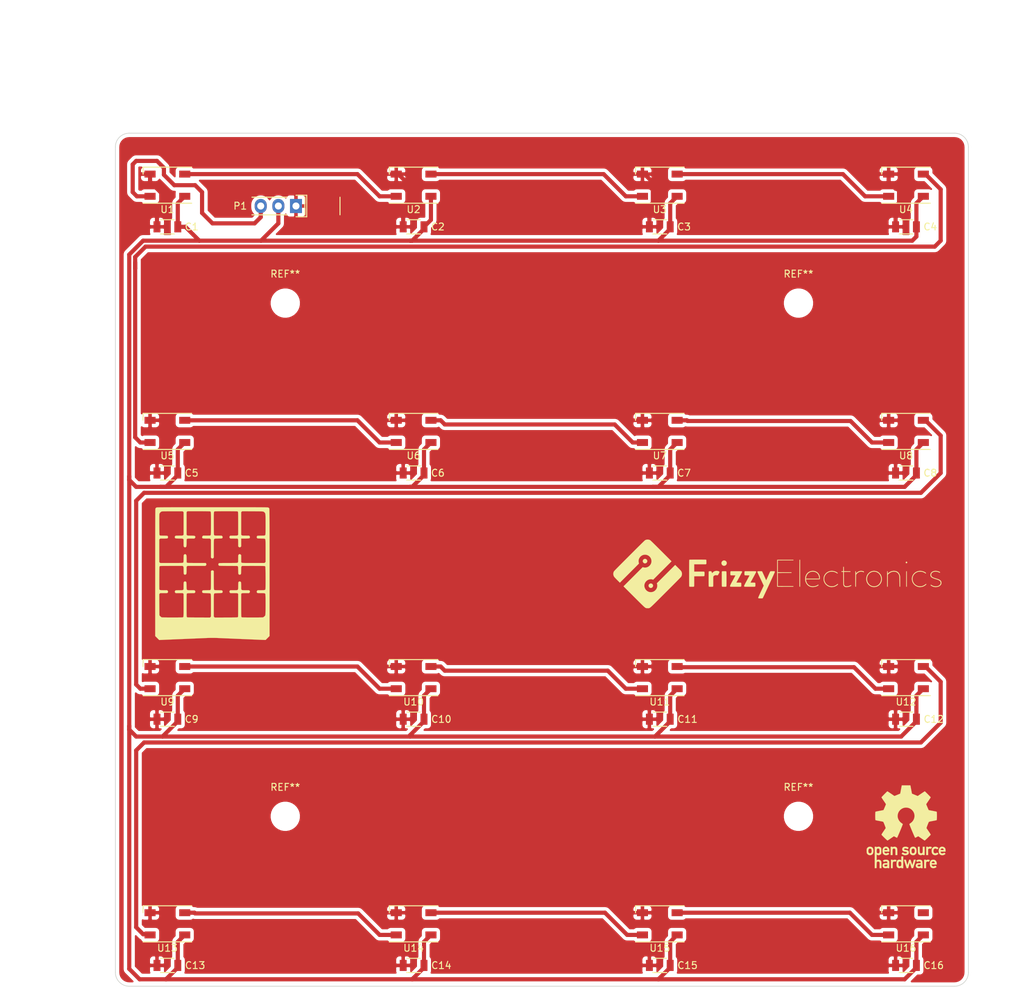
<source format=kicad_pcb>
(kicad_pcb (version 4) (host pcbnew 4.0.4+e1-6308~48~ubuntu16.04.1-stable)
  (layers (0 F.Cu signal) (31 B.Cu signal) (34 B.Paste user) (35 F.Paste user) (36 B.SilkS user) (37 F.SilkS user) (38 B.Mask user) (39 F.Mask user) (44 Edge.Cuts user))
  (net 0 "")
  (net 1 GND)
  (net 2 +5V)
  (net 3 "Net-(P1-Pad3)")
  (net 4 "Net-(U1-Pad2)")
  (net 5 "Net-(U13-Pad2)")
  (net 6 "Net-(U2-Pad2)")
  (net 7 "Net-(U14-Pad2)")
  (net 8 "Net-(U3-Pad2)")
  (net 9 "Net-(U15-Pad2)")
  (net 10 "Net-(U4-Pad2)")
  (net 11 "Net-(U5-Pad2)")
  (net 12 "Net-(U10-Pad4)")
  (net 13 "Net-(U10-Pad2)")
  (net 14 "Net-(U11-Pad2)")
  (net 15 "Net-(U12-Pad2)")
  (net 16 "Net-(U16-Pad2)")
  (net 17 "Net-(U6-Pad2)")
  (net 18 "Net-(U7-Pad2)")
  (net 19 "Net-(U8-Pad2)")
  (module Pin_Headers:Pin_Header_Straight_1x03 (layer B.Cu) (at 109.04 43.5 90)
    (fp_text reference P1 (at 0 -8.04 180) (layer F.SilkS))
    (fp_text value CONN_01X03)
    (pad 1 thru_hole rect (at 0 0 90) (size 2.032 1.7272) (drill 1.016) (layers *.Cu F.Mask) (net 1 GND))
    (pad 2 thru_hole oval (at 0 -2.54 90) (size 2.032 1.7272) (drill 1.016) (layers *.Cu F.Mask) (net 2 +5V))
    (pad 3 thru_hole oval (at 0 -5.08 90) (size 2.032 1.7272) (drill 1.016) (layers *.Cu F.Mask) (net 3 "Net-(P1-Pad3)"))
  )
  (module Mounting_Holes:MountingHole_3.2mm_M3 (layer F.Cu) (at 107.5 131.5)
    (fp_text reference REF** (at 0 -4.2) (layer F.SilkS))
    (fp_text value MountingHole_3.2mm_M3)
    (pad 1 np_thru_hole circle (at 0 0) (size 3.2 3.2) (drill 3.2) (layers *.Cu *.Mask))
  )
  (module Mounting_Holes:MountingHole_3.2mm_M3 (layer F.Cu) (at 181.5 131.5)
    (fp_text reference REF** (at 0 -4.2) (layer F.SilkS))
    (fp_text value MountingHole_3.2mm_M3)
    (pad 1 np_thru_hole circle (at 0 0) (size 3.2 3.2) (drill 3.2) (layers *.Cu *.Mask))
  )
  (module Mounting_Holes:MountingHole_3.2mm_M3 (layer F.Cu) (at 181.5 57.5)
    (fp_text reference REF** (at 0 -4.2) (layer F.SilkS))
    (fp_text value MountingHole_3.2mm_M3)
    (pad 1 np_thru_hole circle (at 0 0) (size 3.2 3.2) (drill 3.2) (layers *.Cu *.Mask))
  )
  (module Capacitors_SMD:C_1206 (layer F.Cu) (at 90.5 46.5)
    (fp_text reference C1 (at 3.5 0) (layer F.SilkS))
    (fp_text value 100n)
    (pad 1 smd rect (at -1.5 0) (size 1 1.6) (layers F.Cu F.Paste F.Mask) (net 1 GND))
    (pad 2 smd rect (at 1.5 0) (size 1 1.6) (layers F.Cu F.Paste F.Mask) (net 2 +5V))
  )
  (module Capacitors_SMD:C_1206 (layer F.Cu) (at 126 46.5)
    (fp_text reference C2 (at 3.5 0) (layer F.SilkS))
    (fp_text value 100n)
    (pad 1 smd rect (at -1.5 0) (size 1 1.6) (layers F.Cu F.Paste F.Mask) (net 1 GND))
    (pad 2 smd rect (at 1.5 0) (size 1 1.6) (layers F.Cu F.Paste F.Mask) (net 2 +5V))
  )
  (module Capacitors_SMD:C_1206 (layer F.Cu) (at 161.5 46.5)
    (fp_text reference C3 (at 3.5 0) (layer F.SilkS))
    (fp_text value 100n)
    (pad 1 smd rect (at -1.5 0) (size 1 1.6) (layers F.Cu F.Paste F.Mask) (net 1 GND))
    (pad 2 smd rect (at 1.5 0) (size 1 1.6) (layers F.Cu F.Paste F.Mask) (net 2 +5V))
  )
  (module Capacitors_SMD:C_1206 (layer F.Cu) (at 197 46.5)
    (fp_text reference C4 (at 3.5 0) (layer F.SilkS))
    (fp_text value 100n)
    (pad 1 smd rect (at -1.5 0) (size 1 1.6) (layers F.Cu F.Paste F.Mask) (net 1 GND))
    (pad 2 smd rect (at 1.5 0) (size 1 1.6) (layers F.Cu F.Paste F.Mask) (net 2 +5V))
  )
  (module Capacitors_SMD:C_1206 (layer F.Cu) (at 90.5 82)
    (fp_text reference C5 (at 3.5 0) (layer F.SilkS))
    (fp_text value 100n)
    (pad 1 smd rect (at -1.5 0) (size 1 1.6) (layers F.Cu F.Paste F.Mask) (net 1 GND))
    (pad 2 smd rect (at 1.5 0) (size 1 1.6) (layers F.Cu F.Paste F.Mask) (net 2 +5V))
  )
  (module Capacitors_SMD:C_1206 (layer F.Cu) (at 126 82)
    (fp_text reference C6 (at 3.5 0) (layer F.SilkS))
    (fp_text value 100n)
    (pad 1 smd rect (at -1.5 0) (size 1 1.6) (layers F.Cu F.Paste F.Mask) (net 1 GND))
    (pad 2 smd rect (at 1.5 0) (size 1 1.6) (layers F.Cu F.Paste F.Mask) (net 2 +5V))
  )
  (module Capacitors_SMD:C_1206 (layer F.Cu) (at 161.5 82)
    (fp_text reference C7 (at 3.5 0) (layer F.SilkS))
    (fp_text value 100n)
    (pad 1 smd rect (at -1.5 0) (size 1 1.6) (layers F.Cu F.Paste F.Mask) (net 1 GND))
    (pad 2 smd rect (at 1.5 0) (size 1 1.6) (layers F.Cu F.Paste F.Mask) (net 2 +5V))
  )
  (module Capacitors_SMD:C_1206 (layer F.Cu) (at 197 82)
    (fp_text reference C8 (at 3.5 0) (layer F.SilkS))
    (fp_text value 100n)
    (pad 1 smd rect (at -1.5 0) (size 1 1.6) (layers F.Cu F.Paste F.Mask) (net 1 GND))
    (pad 2 smd rect (at 1.5 0) (size 1 1.6) (layers F.Cu F.Paste F.Mask) (net 2 +5V))
  )
  (module Capacitors_SMD:C_1206 (layer F.Cu) (at 90.5 117.5)
    (fp_text reference C9 (at 3.5 0) (layer F.SilkS))
    (fp_text value 100n)
    (pad 1 smd rect (at -1.5 0) (size 1 1.6) (layers F.Cu F.Paste F.Mask) (net 1 GND))
    (pad 2 smd rect (at 1.5 0) (size 1 1.6) (layers F.Cu F.Paste F.Mask) (net 2 +5V))
  )
  (module Capacitors_SMD:C_1206 (layer F.Cu) (at 126 117.5)
    (fp_text reference C10 (at 4 0) (layer F.SilkS))
    (fp_text value 100n)
    (pad 1 smd rect (at -1.5 0) (size 1 1.6) (layers F.Cu F.Paste F.Mask) (net 1 GND))
    (pad 2 smd rect (at 1.5 0) (size 1 1.6) (layers F.Cu F.Paste F.Mask) (net 2 +5V))
  )
  (module Capacitors_SMD:C_1206 (layer F.Cu) (at 161.5 117.5)
    (fp_text reference C11 (at 4 0) (layer F.SilkS))
    (fp_text value 100n)
    (pad 1 smd rect (at -1.5 0) (size 1 1.6) (layers F.Cu F.Paste F.Mask) (net 1 GND))
    (pad 2 smd rect (at 1.5 0) (size 1 1.6) (layers F.Cu F.Paste F.Mask) (net 2 +5V))
  )
  (module Capacitors_SMD:C_1206 (layer F.Cu) (at 197 117.5)
    (fp_text reference C12 (at 4 0) (layer F.SilkS))
    (fp_text value 100n)
    (pad 1 smd rect (at -1.5 0) (size 1 1.6) (layers F.Cu F.Paste F.Mask) (net 1 GND))
    (pad 2 smd rect (at 1.5 0) (size 1 1.6) (layers F.Cu F.Paste F.Mask) (net 2 +5V))
  )
  (module Capacitors_SMD:C_1206 (layer F.Cu) (at 90.5 153)
    (fp_text reference C13 (at 4 0) (layer F.SilkS))
    (fp_text value 100n)
    (pad 1 smd rect (at -1.5 0) (size 1 1.6) (layers F.Cu F.Paste F.Mask) (net 1 GND))
    (pad 2 smd rect (at 1.5 0) (size 1 1.6) (layers F.Cu F.Paste F.Mask) (net 2 +5V))
  )
  (module Capacitors_SMD:C_1206 (layer F.Cu) (at 126 153)
    (fp_text reference C14 (at 4 0) (layer F.SilkS))
    (fp_text value 100n)
    (pad 1 smd rect (at -1.5 0) (size 1 1.6) (layers F.Cu F.Paste F.Mask) (net 1 GND))
    (pad 2 smd rect (at 1.5 0) (size 1 1.6) (layers F.Cu F.Paste F.Mask) (net 2 +5V))
  )
  (module Capacitors_SMD:C_1206 (layer F.Cu) (at 161.5 153)
    (fp_text reference C15 (at 4 0) (layer F.SilkS))
    (fp_text value 100n)
    (pad 1 smd rect (at -1.5 0) (size 1 1.6) (layers F.Cu F.Paste F.Mask) (net 1 GND))
    (pad 2 smd rect (at 1.5 0) (size 1 1.6) (layers F.Cu F.Paste F.Mask) (net 2 +5V))
  )
  (module Capacitors_SMD:C_1206 (layer F.Cu) (at 197 153)
    (fp_text reference C16 (at 4 0) (layer F.SilkS))
    (fp_text value 100n)
    (pad 1 smd rect (at -1.5 0) (size 1 1.6) (layers F.Cu F.Paste F.Mask) (net 1 GND))
    (pad 2 smd rect (at 1.5 0) (size 1 1.6) (layers F.Cu F.Paste F.Mask) (net 2 +5V))
  )
  (module LEDs:LED_WS2812B-PLCC4 (layer F.Cu) (at 90.5 40.5 180)
    (fp_text reference U1 (at 0 -3.5 180) (layer F.SilkS))
    (fp_text value WS2812B)
    (pad 3 smd rect (at 2.5 1.6 180) (size 1.6 1) (layers F.Cu F.Paste F.Mask) (net 1 GND))
    (pad 4 smd rect (at 2.5 -1.6 180) (size 1.6 1) (layers F.Cu F.Paste F.Mask) (net 3 "Net-(P1-Pad3)"))
    (pad 2 smd rect (at -2.5 1.6 180) (size 1.6 1) (layers F.Cu F.Paste F.Mask) (net 4 "Net-(U1-Pad2)"))
    (pad 1 smd rect (at -2.5 -1.6 180) (size 1.6 1) (layers F.Cu F.Paste F.Mask) (net 2 +5V))
  )
  (module LEDs:LED_WS2812B-PLCC4 (layer F.Cu) (at 126 40.5 180)
    (fp_text reference U2 (at 0 -3.5 180) (layer F.SilkS))
    (fp_text value WS2812B)
    (pad 3 smd rect (at 2.5 1.6 180) (size 1.6 1) (layers F.Cu F.Paste F.Mask) (net 1 GND))
    (pad 4 smd rect (at 2.5 -1.6 180) (size 1.6 1) (layers F.Cu F.Paste F.Mask) (net 4 "Net-(U1-Pad2)"))
    (pad 2 smd rect (at -2.5 1.6 180) (size 1.6 1) (layers F.Cu F.Paste F.Mask) (net 6 "Net-(U2-Pad2)"))
    (pad 1 smd rect (at -2.5 -1.6 180) (size 1.6 1) (layers F.Cu F.Paste F.Mask) (net 2 +5V))
  )
  (module LEDs:LED_WS2812B-PLCC4 (layer F.Cu) (at 161.5 40.5 180)
    (fp_text reference U3 (at 0 -3.5 180) (layer F.SilkS))
    (fp_text value WS2812B)
    (pad 3 smd rect (at 2.5 1.6 180) (size 1.6 1) (layers F.Cu F.Paste F.Mask) (net 1 GND))
    (pad 4 smd rect (at 2.5 -1.6 180) (size 1.6 1) (layers F.Cu F.Paste F.Mask) (net 6 "Net-(U2-Pad2)"))
    (pad 2 smd rect (at -2.5 1.6 180) (size 1.6 1) (layers F.Cu F.Paste F.Mask) (net 8 "Net-(U3-Pad2)"))
    (pad 1 smd rect (at -2.5 -1.6 180) (size 1.6 1) (layers F.Cu F.Paste F.Mask) (net 2 +5V))
  )
  (module LEDs:LED_WS2812B-PLCC4 (layer F.Cu) (at 197 40.5 180)
    (fp_text reference U4 (at 0 -3.5 180) (layer F.SilkS))
    (fp_text value WS2812B)
    (pad 3 smd rect (at 2.5 1.6 180) (size 1.6 1) (layers F.Cu F.Paste F.Mask) (net 1 GND))
    (pad 4 smd rect (at 2.5 -1.6 180) (size 1.6 1) (layers F.Cu F.Paste F.Mask) (net 8 "Net-(U3-Pad2)"))
    (pad 2 smd rect (at -2.5 1.6 180) (size 1.6 1) (layers F.Cu F.Paste F.Mask) (net 10 "Net-(U4-Pad2)"))
    (pad 1 smd rect (at -2.5 -1.6 180) (size 1.6 1) (layers F.Cu F.Paste F.Mask) (net 2 +5V))
  )
  (module LEDs:LED_WS2812B-PLCC4 (layer F.Cu) (at 90.5 76 180)
    (fp_text reference U5 (at 0 -3.5 180) (layer F.SilkS))
    (fp_text value WS2812B)
    (pad 3 smd rect (at 2.5 1.6 180) (size 1.6 1) (layers F.Cu F.Paste F.Mask) (net 1 GND))
    (pad 4 smd rect (at 2.5 -1.6 180) (size 1.6 1) (layers F.Cu F.Paste F.Mask) (net 10 "Net-(U4-Pad2)"))
    (pad 2 smd rect (at -2.5 1.6 180) (size 1.6 1) (layers F.Cu F.Paste F.Mask) (net 11 "Net-(U5-Pad2)"))
    (pad 1 smd rect (at -2.5 -1.6 180) (size 1.6 1) (layers F.Cu F.Paste F.Mask) (net 2 +5V))
  )
  (module LEDs:LED_WS2812B-PLCC4 (layer F.Cu) (at 126 76 180)
    (fp_text reference U6 (at 0 -3.5 180) (layer F.SilkS))
    (fp_text value WS2812B)
    (pad 3 smd rect (at 2.5 1.6 180) (size 1.6 1) (layers F.Cu F.Paste F.Mask) (net 1 GND))
    (pad 4 smd rect (at 2.5 -1.6 180) (size 1.6 1) (layers F.Cu F.Paste F.Mask) (net 11 "Net-(U5-Pad2)"))
    (pad 2 smd rect (at -2.5 1.6 180) (size 1.6 1) (layers F.Cu F.Paste F.Mask) (net 17 "Net-(U6-Pad2)"))
    (pad 1 smd rect (at -2.5 -1.6 180) (size 1.6 1) (layers F.Cu F.Paste F.Mask) (net 2 +5V))
  )
  (module LEDs:LED_WS2812B-PLCC4 (layer F.Cu) (at 161.5 76 180)
    (fp_text reference U7 (at 0 -3.5 180) (layer F.SilkS))
    (fp_text value WS2812B)
    (pad 3 smd rect (at 2.5 1.6 180) (size 1.6 1) (layers F.Cu F.Paste F.Mask) (net 1 GND))
    (pad 4 smd rect (at 2.5 -1.6 180) (size 1.6 1) (layers F.Cu F.Paste F.Mask) (net 17 "Net-(U6-Pad2)"))
    (pad 2 smd rect (at -2.5 1.6 180) (size 1.6 1) (layers F.Cu F.Paste F.Mask) (net 18 "Net-(U7-Pad2)"))
    (pad 1 smd rect (at -2.5 -1.6 180) (size 1.6 1) (layers F.Cu F.Paste F.Mask) (net 2 +5V))
  )
  (module LEDs:LED_WS2812B-PLCC4 (layer F.Cu) (at 197 76 180)
    (fp_text reference U8 (at 0 -3.5 180) (layer F.SilkS))
    (fp_text value WS2812B)
    (pad 3 smd rect (at 2.5 1.6 180) (size 1.6 1) (layers F.Cu F.Paste F.Mask) (net 1 GND))
    (pad 4 smd rect (at 2.5 -1.6 180) (size 1.6 1) (layers F.Cu F.Paste F.Mask) (net 18 "Net-(U7-Pad2)"))
    (pad 2 smd rect (at -2.5 1.6 180) (size 1.6 1) (layers F.Cu F.Paste F.Mask) (net 19 "Net-(U8-Pad2)"))
    (pad 1 smd rect (at -2.5 -1.6 180) (size 1.6 1) (layers F.Cu F.Paste F.Mask) (net 2 +5V))
  )
  (module LEDs:LED_WS2812B-PLCC4 (layer F.Cu) (at 90.5 111.5 180)
    (fp_text reference U9 (at 0 -3.5 180) (layer F.SilkS))
    (fp_text value WS2812B)
    (pad 3 smd rect (at 2.5 1.6 180) (size 1.6 1) (layers F.Cu F.Paste F.Mask) (net 1 GND))
    (pad 4 smd rect (at 2.5 -1.6 180) (size 1.6 1) (layers F.Cu F.Paste F.Mask) (net 19 "Net-(U8-Pad2)"))
    (pad 2 smd rect (at -2.5 1.6 180) (size 1.6 1) (layers F.Cu F.Paste F.Mask) (net 12 "Net-(U10-Pad4)"))
    (pad 1 smd rect (at -2.5 -1.6 180) (size 1.6 1) (layers F.Cu F.Paste F.Mask) (net 2 +5V))
  )
  (module LEDs:LED_WS2812B-PLCC4 (layer F.Cu) (at 126 111.5 180)
    (fp_text reference U10 (at 0 -3.5 180) (layer F.SilkS))
    (fp_text value WS2812B)
    (pad 3 smd rect (at 2.5 1.6 180) (size 1.6 1) (layers F.Cu F.Paste F.Mask) (net 1 GND))
    (pad 4 smd rect (at 2.5 -1.6 180) (size 1.6 1) (layers F.Cu F.Paste F.Mask) (net 12 "Net-(U10-Pad4)"))
    (pad 2 smd rect (at -2.5 1.6 180) (size 1.6 1) (layers F.Cu F.Paste F.Mask) (net 13 "Net-(U10-Pad2)"))
    (pad 1 smd rect (at -2.5 -1.6 180) (size 1.6 1) (layers F.Cu F.Paste F.Mask) (net 2 +5V))
  )
  (module LEDs:LED_WS2812B-PLCC4 (layer F.Cu) (at 161.5 111.5 180)
    (fp_text reference U11 (at 0 -3.5 180) (layer F.SilkS))
    (fp_text value WS2812B)
    (pad 3 smd rect (at 2.5 1.6 180) (size 1.6 1) (layers F.Cu F.Paste F.Mask) (net 1 GND))
    (pad 4 smd rect (at 2.5 -1.6 180) (size 1.6 1) (layers F.Cu F.Paste F.Mask) (net 13 "Net-(U10-Pad2)"))
    (pad 2 smd rect (at -2.5 1.6 180) (size 1.6 1) (layers F.Cu F.Paste F.Mask) (net 14 "Net-(U11-Pad2)"))
    (pad 1 smd rect (at -2.5 -1.6 180) (size 1.6 1) (layers F.Cu F.Paste F.Mask) (net 2 +5V))
  )
  (module LEDs:LED_WS2812B-PLCC4 (layer F.Cu) (at 197 111.5 180)
    (fp_text reference U12 (at 0 -3.5 180) (layer F.SilkS))
    (fp_text value WS2812B)
    (pad 3 smd rect (at 2.5 1.6 180) (size 1.6 1) (layers F.Cu F.Paste F.Mask) (net 1 GND))
    (pad 4 smd rect (at 2.5 -1.6 180) (size 1.6 1) (layers F.Cu F.Paste F.Mask) (net 14 "Net-(U11-Pad2)"))
    (pad 2 smd rect (at -2.5 1.6 180) (size 1.6 1) (layers F.Cu F.Paste F.Mask) (net 15 "Net-(U12-Pad2)"))
    (pad 1 smd rect (at -2.5 -1.6 180) (size 1.6 1) (layers F.Cu F.Paste F.Mask) (net 2 +5V))
  )
  (module LEDs:LED_WS2812B-PLCC4 (layer F.Cu) (at 90.5 147 180)
    (fp_text reference U13 (at 0 -3.5 180) (layer F.SilkS))
    (fp_text value WS2812B)
    (pad 3 smd rect (at 2.5 1.6 180) (size 1.6 1) (layers F.Cu F.Paste F.Mask) (net 1 GND))
    (pad 4 smd rect (at 2.5 -1.6 180) (size 1.6 1) (layers F.Cu F.Paste F.Mask) (net 15 "Net-(U12-Pad2)"))
    (pad 2 smd rect (at -2.5 1.6 180) (size 1.6 1) (layers F.Cu F.Paste F.Mask) (net 5 "Net-(U13-Pad2)"))
    (pad 1 smd rect (at -2.5 -1.6 180) (size 1.6 1) (layers F.Cu F.Paste F.Mask) (net 2 +5V))
  )
  (module LEDs:LED_WS2812B-PLCC4 (layer F.Cu) (at 126 147 180)
    (fp_text reference U14 (at 0 -3.5 180) (layer F.SilkS))
    (fp_text value WS2812B)
    (pad 3 smd rect (at 2.5 1.6 180) (size 1.6 1) (layers F.Cu F.Paste F.Mask) (net 1 GND))
    (pad 4 smd rect (at 2.5 -1.6 180) (size 1.6 1) (layers F.Cu F.Paste F.Mask) (net 5 "Net-(U13-Pad2)"))
    (pad 2 smd rect (at -2.5 1.6 180) (size 1.6 1) (layers F.Cu F.Paste F.Mask) (net 7 "Net-(U14-Pad2)"))
    (pad 1 smd rect (at -2.5 -1.6 180) (size 1.6 1) (layers F.Cu F.Paste F.Mask) (net 2 +5V))
  )
  (module LEDs:LED_WS2812B-PLCC4 (layer F.Cu) (at 161.5 147 180)
    (fp_text reference U15 (at 0 -3.5 180) (layer F.SilkS))
    (fp_text value WS2812B)
    (pad 3 smd rect (at 2.5 1.6 180) (size 1.6 1) (layers F.Cu F.Paste F.Mask) (net 1 GND))
    (pad 4 smd rect (at 2.5 -1.6 180) (size 1.6 1) (layers F.Cu F.Paste F.Mask) (net 7 "Net-(U14-Pad2)"))
    (pad 2 smd rect (at -2.5 1.6 180) (size 1.6 1) (layers F.Cu F.Paste F.Mask) (net 9 "Net-(U15-Pad2)"))
    (pad 1 smd rect (at -2.5 -1.6 180) (size 1.6 1) (layers F.Cu F.Paste F.Mask) (net 2 +5V))
  )
  (module LEDs:LED_WS2812B-PLCC4 (layer F.Cu) (at 197 147 180)
    (fp_text reference U16 (at 0 -3.5 180) (layer F.SilkS))
    (fp_text value WS2812B)
    (pad 3 smd rect (at 2.5 1.6 180) (size 1.6 1) (layers F.Cu F.Paste F.Mask) (net 1 GND))
    (pad 4 smd rect (at 2.5 -1.6 180) (size 1.6 1) (layers F.Cu F.Paste F.Mask) (net 9 "Net-(U15-Pad2)"))
    (pad 2 smd rect (at -2.5 1.6 180) (size 1.6 1) (layers F.Cu F.Paste F.Mask) (net 16 "Net-(U16-Pad2)"))
    (pad 1 smd rect (at -2.5 -1.6 180) (size 1.6 1) (layers F.Cu F.Paste F.Mask) (net 2 +5V))
  )
  (module Mounting_Holes:MountingHole_3.2mm_M3 (layer F.Cu) (at 107.5 57.5)
    (fp_text reference REF** (at 0 -4.2) (layer F.SilkS))
    (fp_text value MountingHole_3.2mm_M3)
    (pad 1 np_thru_hole circle (at 0 0) (size 3.2 3.2) (drill 3.2) (layers *.Cu *.Mask))
  )
  (module logos_frizzy:logo_frizzy (layer F.Cu) (at 179.5 97.5)
    (fp_text reference G*** hide)
    (fp_text value LOGO hide)
  )
  (module logos_frizzy:logo_slamp (layer F.Cu) (at 97 96.5)
    (fp_text reference G*** hide)
    (fp_text value LOGO hide)
  )
  (module Symbols:OSHW-Logo_11.4x12mm_SilkScreen (layer F.Cu) (at 197 133)
    (fp_text reference REF*** hide)
    (fp_text value OSHW-Logo_11.4x12mm_SilkScreen hide)
  )
  (gr_line (start 85 33) (end 204 33) (layer Edge.Cuts) (width 0.1))
  (gr_line (start 83 154) (end 83 35) (layer Edge.Cuts) (width 0.1))
  (gr_line (start 206 35) (end 206 154) (layer Edge.Cuts) (width 0.1))
  (gr_line (start 85 156) (end 204 156) (layer Edge.Cuts) (width 0.1))
  (gr_arc (start 85 154) (end 85 156) (angle 90) (layer Edge.Cuts) (width 0.1))
  (gr_arc (start 85 35) (end 83 35) (angle 90) (layer Edge.Cuts) (width 0.1))
  (gr_arc (start 204 35) (end 204 33) (angle 90) (layer Edge.Cuts) (width 0.1))
  (gr_arc (start 204 154) (end 206 154) (angle 90) (layer Edge.Cuts) (width 0.1))
  (segment (start 196 41.302798) (end 196 44.6) (width 0.6) (layer F.Cu) (net 1))
  (segment (start 196 44.6) (end 195.5 45.1) (width 0.6) (layer F.Cu) (net 1))
  (segment (start 195.5 45.1) (end 195.5 46.5) (width 0.6) (layer F.Cu) (net 1))
  (segment (start 195.5 41) (end 195.697202 41) (width 0.6) (layer F.Cu) (net 1))
  (segment (start 195.697202 41) (end 196 41.302798) (width 0.6) (layer F.Cu) (net 1))
  (segment (start 194.5 38.9) (end 194.5 40) (width 0.6) (layer F.Cu) (net 1))
  (segment (start 194.5 40) (end 195.5 41) (width 0.6) (layer F.Cu) (net 1))
  (segment (start 160.5 40.1) (end 160.5 44.6) (width 0.6) (layer F.Cu) (net 1))
  (segment (start 160 45.1) (end 160 46.5) (width 0.6) (layer F.Cu) (net 1))
  (segment (start 160.5 44.6) (end 160 45.1) (width 0.6) (layer F.Cu) (net 1))
  (segment (start 159 38.9) (end 159.3 38.9) (width 0.6) (layer F.Cu) (net 1))
  (segment (start 159.3 38.9) (end 160.5 40.1) (width 0.6) (layer F.Cu) (net 1))
  (segment (start 124.5 46.5) (end 124.5 45) (width 0.6) (layer F.Cu) (net 1))
  (segment (start 124.5 45) (end 126 43.5) (width 0.6) (layer F.Cu) (net 1))
  (segment (start 126 43.5) (end 126 41.1) (width 0.6) (layer F.Cu) (net 1))
  (segment (start 126 41.1) (end 123.8 38.9) (width 0.6) (layer F.Cu) (net 1))
  (segment (start 123.8 38.9) (end 123.5 38.9) (width 0.6) (layer F.Cu) (net 1))
  (segment (start 90 42) (end 88 40) (width 0.6) (layer F.Cu) (net 1))
  (segment (start 88 40) (end 88 38.9) (width 0.6) (layer F.Cu) (net 1))
  (segment (start 90 44.1) (end 90 42) (width 0.6) (layer F.Cu) (net 1))
  (segment (start 89 46.5) (end 89 45.1) (width 0.6) (layer F.Cu) (net 1))
  (segment (start 89 45.1) (end 90 44.1) (width 0.6) (layer F.Cu) (net 1))
  (segment (start 106.5 46) (end 106.5 43.5) (width 0.6) (layer F.Cu) (net 2))
  (segment (start 104 48.5) (end 125.5 48.5) (width 0.6) (layer F.Cu) (net 2))
  (segment (start 95.1 48.5) (end 104 48.5) (width 0.6) (layer F.Cu) (net 2))
  (segment (start 104 48.5) (end 106.5 46) (width 0.6) (layer F.Cu) (net 2))
  (segment (start 85 82.5) (end 85 50.5) (width 0.6) (layer F.Cu) (net 2))
  (segment (start 85 50.5) (end 87 48.5) (width 0.6) (layer F.Cu) (net 2))
  (segment (start 87 48.5) (end 95.1 48.5) (width 0.6) (layer F.Cu) (net 2))
  (segment (start 198.5 153) (end 198.5 149.6) (width 0.6) (layer F.Cu) (net 2))
  (segment (start 198.5 149.6) (end 199.5 148.6) (width 0.6) (layer F.Cu) (net 2))
  (segment (start 163 153) (end 163 149.6) (width 0.6) (layer F.Cu) (net 2))
  (segment (start 163 149.6) (end 164 148.6) (width 0.6) (layer F.Cu) (net 2))
  (segment (start 127.5 153) (end 127.5 149.6) (width 0.6) (layer F.Cu) (net 2))
  (segment (start 127.5 149.6) (end 128.5 148.6) (width 0.6) (layer F.Cu) (net 2))
  (segment (start 92 153) (end 92 149.6) (width 0.6) (layer F.Cu) (net 2))
  (segment (start 92 149.6) (end 93 148.6) (width 0.6) (layer F.Cu) (net 2))
  (segment (start 161.3 155) (end 196.8 155) (width 0.6) (layer F.Cu) (net 2))
  (segment (start 196.8 155) (end 198.5 153.3) (width 0.6) (layer F.Cu) (net 2))
  (segment (start 198.5 153.3) (end 198.5 153) (width 0.6) (layer F.Cu) (net 2))
  (segment (start 125.8 155) (end 161.3 155) (width 0.6) (layer F.Cu) (net 2))
  (segment (start 161.3 155) (end 163 153.3) (width 0.6) (layer F.Cu) (net 2))
  (segment (start 163 153.3) (end 163 153) (width 0.6) (layer F.Cu) (net 2))
  (segment (start 90.3 155) (end 125.8 155) (width 0.6) (layer F.Cu) (net 2))
  (segment (start 125.8 155) (end 127.5 153.3) (width 0.6) (layer F.Cu) (net 2))
  (segment (start 127.5 153.3) (end 127.5 153) (width 0.6) (layer F.Cu) (net 2))
  (segment (start 86.5 155) (end 90.3 155) (width 0.6) (layer F.Cu) (net 2))
  (segment (start 90.3 155) (end 92 153.3) (width 0.6) (layer F.Cu) (net 2))
  (segment (start 92 153.3) (end 92 153) (width 0.6) (layer F.Cu) (net 2))
  (segment (start 85 153.5) (end 86.5 155) (width 0.6) (layer F.Cu) (net 2))
  (segment (start 85 118.5) (end 85 119) (width 0.6) (layer F.Cu) (net 2))
  (segment (start 85 118.5) (end 85 153.5) (width 0.6) (layer F.Cu) (net 2))
  (segment (start 85 82.5) (end 85 118.5) (width 0.6) (layer F.Cu) (net 2))
  (segment (start 198.5 117.5) (end 198.5 114.1) (width 0.6) (layer F.Cu) (net 2))
  (segment (start 198.5 114.1) (end 199.5 113.1) (width 0.6) (layer F.Cu) (net 2))
  (segment (start 92 117.5) (end 92 114.1) (width 0.6) (layer F.Cu) (net 2))
  (segment (start 92 114.1) (end 93 113.1) (width 0.6) (layer F.Cu) (net 2))
  (segment (start 127.5 117.5) (end 127.5 114.1) (width 0.6) (layer F.Cu) (net 2))
  (segment (start 127.5 114.1) (end 128.5 113.1) (width 0.6) (layer F.Cu) (net 2))
  (segment (start 163 117.5) (end 163 114.1) (width 0.6) (layer F.Cu) (net 2))
  (segment (start 163 114.1) (end 164 113.1) (width 0.6) (layer F.Cu) (net 2))
  (segment (start 160.8 120) (end 196.3 120) (width 0.6) (layer F.Cu) (net 2))
  (segment (start 196.3 120) (end 198.5 117.8) (width 0.6) (layer F.Cu) (net 2))
  (segment (start 198.5 117.8) (end 198.5 117.5) (width 0.6) (layer F.Cu) (net 2))
  (segment (start 125.5 120) (end 160.8 120) (width 0.6) (layer F.Cu) (net 2))
  (segment (start 160.8 120) (end 163 117.8) (width 0.6) (layer F.Cu) (net 2))
  (segment (start 163 117.8) (end 163 117.5) (width 0.6) (layer F.Cu) (net 2))
  (segment (start 125.5 120) (end 125.5 119.8) (width 0.6) (layer F.Cu) (net 2))
  (segment (start 125.5 119.8) (end 127.5 117.8) (width 0.6) (layer F.Cu) (net 2))
  (segment (start 127.5 117.8) (end 127.5 117.5) (width 0.6) (layer F.Cu) (net 2))
  (segment (start 89.8 120) (end 125.5 120) (width 0.6) (layer F.Cu) (net 2))
  (segment (start 85 119) (end 86 120) (width 0.6) (layer F.Cu) (net 2))
  (segment (start 86 120) (end 89.8 120) (width 0.6) (layer F.Cu) (net 2))
  (segment (start 89.8 120) (end 92 117.8) (width 0.6) (layer F.Cu) (net 2))
  (segment (start 92 117.8) (end 92 117.5) (width 0.6) (layer F.Cu) (net 2))
  (segment (start 85 82.5) (end 85 83) (width 0.6) (layer F.Cu) (net 2))
  (segment (start 198.5 82) (end 198.5 78.6) (width 0.6) (layer F.Cu) (net 2))
  (segment (start 198.5 78.6) (end 199.5 77.6) (width 0.6) (layer F.Cu) (net 2))
  (segment (start 92 82) (end 92 78.6) (width 0.6) (layer F.Cu) (net 2))
  (segment (start 92 78.6) (end 93 77.6) (width 0.6) (layer F.Cu) (net 2))
  (segment (start 127.5 82) (end 127.5 78.6) (width 0.6) (layer F.Cu) (net 2))
  (segment (start 127.5 78.6) (end 128.5 77.6) (width 0.6) (layer F.Cu) (net 2))
  (segment (start 163 82) (end 163 78.6) (width 0.6) (layer F.Cu) (net 2))
  (segment (start 163 78.6) (end 164 77.6) (width 0.6) (layer F.Cu) (net 2))
  (segment (start 160.5 84) (end 161.3 84) (width 0.6) (layer F.Cu) (net 2))
  (segment (start 125.5 84) (end 160.5 84) (width 0.6) (layer F.Cu) (net 2))
  (segment (start 160.5 84) (end 196.8 84) (width 0.6) (layer F.Cu) (net 2))
  (segment (start 198.5 82.3) (end 198.5 82) (width 0.6) (layer F.Cu) (net 2))
  (segment (start 196.8 84) (end 198.5 82.3) (width 0.6) (layer F.Cu) (net 2))
  (segment (start 125.5 84) (end 125.8 84) (width 0.6) (layer F.Cu) (net 2))
  (segment (start 89.5 84) (end 125.5 84) (width 0.6) (layer F.Cu) (net 2))
  (segment (start 161.3 84) (end 163 82.3) (width 0.6) (layer F.Cu) (net 2))
  (segment (start 163 82.3) (end 163 82) (width 0.6) (layer F.Cu) (net 2))
  (segment (start 89.5 84) (end 90.3 84) (width 0.6) (layer F.Cu) (net 2))
  (segment (start 127.5 82.3) (end 127.5 82) (width 0.6) (layer F.Cu) (net 2))
  (segment (start 86 84) (end 89.5 84) (width 0.6) (layer F.Cu) (net 2))
  (segment (start 125.8 84) (end 127.5 82.3) (width 0.6) (layer F.Cu) (net 2))
  (segment (start 90.3 84) (end 92 82.3) (width 0.6) (layer F.Cu) (net 2))
  (segment (start 92 82.3) (end 92 82) (width 0.6) (layer F.Cu) (net 2))
  (segment (start 85 83) (end 86 84) (width 0.6) (layer F.Cu) (net 2))
  (segment (start 161.3 48.5) (end 197.9 48.5) (width 0.6) (layer F.Cu) (net 2))
  (segment (start 197.9 48.5) (end 198.5 47.9) (width 0.6) (layer F.Cu) (net 2))
  (segment (start 198.5 47.9) (end 198.5 46.5) (width 0.6) (layer F.Cu) (net 2))
  (segment (start 125.5 48.5) (end 125.8 48.5) (width 0.6) (layer F.Cu) (net 2))
  (segment (start 125.5 48.5) (end 161.3 48.5) (width 0.6) (layer F.Cu) (net 2))
  (segment (start 161.3 48.5) (end 163 46.8) (width 0.6) (layer F.Cu) (net 2))
  (segment (start 163 46.8) (end 163 46.5) (width 0.6) (layer F.Cu) (net 2))
  (segment (start 125.8 48.5) (end 127.5 46.8) (width 0.6) (layer F.Cu) (net 2))
  (segment (start 127.5 46.8) (end 127.5 46.5) (width 0.6) (layer F.Cu) (net 2))
  (segment (start 92 46.5) (end 93.1 46.5) (width 0.6) (layer F.Cu) (net 2))
  (segment (start 93.1 46.5) (end 95.1 48.5) (width 0.6) (layer F.Cu) (net 2))
  (segment (start 198.5 46.5) (end 198.5 43.1) (width 0.6) (layer F.Cu) (net 2))
  (segment (start 198.5 43.1) (end 199.5 42.1) (width 0.6) (layer F.Cu) (net 2))
  (segment (start 163 46.5) (end 163 43.1) (width 0.6) (layer F.Cu) (net 2))
  (segment (start 163 43.1) (end 164 42.1) (width 0.6) (layer F.Cu) (net 2))
  (segment (start 128.5 42.1) (end 128.5 45.5) (width 0.6) (layer F.Cu) (net 2))
  (segment (start 128.5 45.5) (end 127.5 46.5) (width 0.6) (layer F.Cu) (net 2))
  (segment (start 92 46.5) (end 92 43.1) (width 0.6) (layer F.Cu) (net 2))
  (segment (start 92 43.1) (end 93 42.1) (width 0.6) (layer F.Cu) (net 2))
  (segment (start 85.5 41.5) (end 86.1 42.1) (width 0.6) (layer F.Cu) (net 3))
  (segment (start 86.1 42.1) (end 88 42.1) (width 0.6) (layer F.Cu) (net 3))
  (segment (start 85.5 37.5) (end 85.5 41.5) (width 0.6) (layer F.Cu) (net 3))
  (segment (start 86 37) (end 85.5 37.5) (width 0.6) (layer F.Cu) (net 3))
  (segment (start 89 37) (end 86 37) (width 0.6) (layer F.Cu) (net 3))
  (segment (start 90 38) (end 89 37) (width 0.6) (layer F.Cu) (net 3))
  (segment (start 90 39) (end 90 38) (width 0.6) (layer F.Cu) (net 3))
  (segment (start 91.5 40.5) (end 90 39) (width 0.6) (layer F.Cu) (net 3))
  (segment (start 94.5 40.5) (end 91.5 40.5) (width 0.6) (layer F.Cu) (net 3))
  (segment (start 95.5 41.5) (end 94.5 40.5) (width 0.6) (layer F.Cu) (net 3))
  (segment (start 95.5 44.5) (end 95.5 41.5) (width 0.6) (layer F.Cu) (net 3))
  (segment (start 97 46) (end 95.5 44.5) (width 0.6) (layer F.Cu) (net 3))
  (segment (start 103.076 46) (end 97 46) (width 0.6) (layer F.Cu) (net 3))
  (segment (start 103.96 43.5) (end 103.96 45.116) (width 0.6) (layer F.Cu) (net 3))
  (segment (start 103.96 45.116) (end 103.076 46) (width 0.6) (layer F.Cu) (net 3))
  (segment (start 117.9 38.9) (end 121.1 42.1) (width 0.6) (layer F.Cu) (net 4))
  (segment (start 121.1 42.1) (end 123.5 42.1) (width 0.6) (layer F.Cu) (net 4))
  (segment (start 93 38.9) (end 117.9 38.9) (width 0.6) (layer F.Cu) (net 4))
  (segment (start 118 145.5) (end 121.1 148.6) (width 0.6) (layer F.Cu) (net 5))
  (segment (start 121.1 148.6) (end 123.5 148.6) (width 0.6) (layer F.Cu) (net 5))
  (segment (start 94.5 145.5) (end 118 145.5) (width 0.6) (layer F.Cu) (net 5))
  (segment (start 93 145.4) (end 94.4 145.4) (width 0.6) (layer F.Cu) (net 5))
  (segment (start 94.4 145.4) (end 94.5 145.5) (width 0.6) (layer F.Cu) (net 5))
  (segment (start 153.4 38.9) (end 156.6 42.1) (width 0.6) (layer F.Cu) (net 6))
  (segment (start 156.6 42.1) (end 159 42.1) (width 0.6) (layer F.Cu) (net 6))
  (segment (start 128.5 38.9) (end 153.4 38.9) (width 0.6) (layer F.Cu) (net 6))
  (segment (start 153.6 145.4) (end 156.8 148.6) (width 0.6) (layer F.Cu) (net 7))
  (segment (start 156.8 148.6) (end 159 148.6) (width 0.6) (layer F.Cu) (net 7))
  (segment (start 128.5 145.4) (end 153.6 145.4) (width 0.6) (layer F.Cu) (net 7))
  (segment (start 187.9 38.9) (end 191.1 42.1) (width 0.6) (layer F.Cu) (net 8))
  (segment (start 191.1 42.1) (end 194.5 42.1) (width 0.6) (layer F.Cu) (net 8))
  (segment (start 164 38.9) (end 187.9 38.9) (width 0.6) (layer F.Cu) (net 8))
  (segment (start 188.9 145.4) (end 192.1 148.6) (width 0.6) (layer F.Cu) (net 9))
  (segment (start 192.1 148.6) (end 194.5 148.6) (width 0.6) (layer F.Cu) (net 9))
  (segment (start 164 145.4) (end 188.9 145.4) (width 0.6) (layer F.Cu) (net 9))
  (segment (start 85.85401 52.5) (end 85.85401 50.853742) (width 0.6) (layer F.Cu) (net 10))
  (segment (start 85.85401 50.853742) (end 87.353742 49.35401) (width 0.6) (layer F.Cu) (net 10))
  (segment (start 87.353742 49.35401) (end 201.14599 49.35401) (width 0.6) (layer F.Cu) (net 10))
  (segment (start 201.14599 49.35401) (end 202 48.5) (width 0.6) (layer F.Cu) (net 10))
  (segment (start 85.85401 52.5) (end 85.85401 76.85401) (width 0.6) (layer F.Cu) (net 10))
  (segment (start 85.85401 51.64599) (end 85.85401 52.5) (width 0.6) (layer F.Cu) (net 10))
  (segment (start 199.5 38.9) (end 199.8 38.9) (width 0.6) (layer F.Cu) (net 10))
  (segment (start 199.8 38.9) (end 202 41.1) (width 0.6) (layer F.Cu) (net 10))
  (segment (start 202 41.1) (end 202 48.5) (width 0.6) (layer F.Cu) (net 10))
  (segment (start 85.85401 76.85401) (end 86.6 77.6) (width 0.6) (layer F.Cu) (net 10))
  (segment (start 86.6 77.6) (end 88 77.6) (width 0.6) (layer F.Cu) (net 10))
  (segment (start 117.9 74.4) (end 121.1 77.6) (width 0.6) (layer F.Cu) (net 11))
  (segment (start 121.1 77.6) (end 123.5 77.6) (width 0.6) (layer F.Cu) (net 11))
  (segment (start 93 74.4) (end 117.9 74.4) (width 0.6) (layer F.Cu) (net 11))
  (segment (start 117.9 109.9) (end 121.1 113.1) (width 0.6) (layer F.Cu) (net 12))
  (segment (start 121.1 113.1) (end 123.5 113.1) (width 0.6) (layer F.Cu) (net 12))
  (segment (start 93 109.9) (end 117.9 109.9) (width 0.6) (layer F.Cu) (net 12))
  (segment (start 154 110.5) (end 156.6 113.1) (width 0.6) (layer F.Cu) (net 13))
  (segment (start 156.6 113.1) (end 159 113.1) (width 0.6) (layer F.Cu) (net 13))
  (segment (start 130.5 110.5) (end 154 110.5) (width 0.6) (layer F.Cu) (net 13))
  (segment (start 128.5 109.9) (end 129.9 109.9) (width 0.6) (layer F.Cu) (net 13))
  (segment (start 129.9 109.9) (end 130.5 110.5) (width 0.6) (layer F.Cu) (net 13))
  (segment (start 189.5 110) (end 192.6 113.1) (width 0.6) (layer F.Cu) (net 14))
  (segment (start 192.6 113.1) (end 194.5 113.1) (width 0.6) (layer F.Cu) (net 14))
  (segment (start 164.4 110) (end 189.5 110) (width 0.6) (layer F.Cu) (net 14))
  (segment (start 164 109.9) (end 164.3 109.9) (width 0.6) (layer F.Cu) (net 14))
  (segment (start 164.3 109.9) (end 164.4 110) (width 0.6) (layer F.Cu) (net 14))
  (segment (start 199.5 109.9) (end 199.8 109.9) (width 0.6) (layer F.Cu) (net 15))
  (segment (start 87.14599 120.85401) (end 86 122) (width 0.6) (layer F.Cu) (net 15))
  (segment (start 199.8 109.9) (end 202 112.1) (width 0.6) (layer F.Cu) (net 15))
  (segment (start 87 148.5) (end 87.9 148.5) (width 0.6) (layer F.Cu) (net 15))
  (segment (start 87.9 148.5) (end 88 148.6) (width 0.6) (layer F.Cu) (net 15))
  (segment (start 202 112.1) (end 202 118) (width 0.6) (layer F.Cu) (net 15))
  (segment (start 202 118) (end 199.14599 120.85401) (width 0.6) (layer F.Cu) (net 15))
  (segment (start 199.14599 120.85401) (end 87.14599 120.85401) (width 0.6) (layer F.Cu) (net 15))
  (segment (start 86 122) (end 86 147.5) (width 0.6) (layer F.Cu) (net 15))
  (segment (start 86 147.5) (end 87 148.5) (width 0.6) (layer F.Cu) (net 15))
  (segment (start 155 75) (end 157.6 77.6) (width 0.6) (layer F.Cu) (net 17))
  (segment (start 157.6 77.6) (end 159 77.6) (width 0.6) (layer F.Cu) (net 17))
  (segment (start 130.5 75) (end 155 75) (width 0.6) (layer F.Cu) (net 17))
  (segment (start 128.5 74.4) (end 129.9 74.4) (width 0.6) (layer F.Cu) (net 17))
  (segment (start 129.9 74.4) (end 130.5 75) (width 0.6) (layer F.Cu) (net 17))
  (segment (start 189 74.5) (end 192.1 77.6) (width 0.6) (layer F.Cu) (net 18))
  (segment (start 192.1 77.6) (end 194.5 77.6) (width 0.6) (layer F.Cu) (net 18))
  (segment (start 165.5 74.5) (end 189 74.5) (width 0.6) (layer F.Cu) (net 18))
  (segment (start 164 74.4) (end 165.4 74.4) (width 0.6) (layer F.Cu) (net 18))
  (segment (start 165.4 74.4) (end 165.5 74.5) (width 0.6) (layer F.Cu) (net 18))
  (segment (start 199.5 74.4) (end 199.8 74.4) (width 0.6) (layer F.Cu) (net 19))
  (segment (start 199.8 74.4) (end 202 76.6) (width 0.6) (layer F.Cu) (net 19))
  (segment (start 202 82) (end 199.14599 84.85401) (width 0.6) (layer F.Cu) (net 19))
  (segment (start 86 86) (end 86 112.5) (width 0.6) (layer F.Cu) (net 19))
  (segment (start 202 76.6) (end 202 82) (width 0.6) (layer F.Cu) (net 19))
  (segment (start 199.14599 84.85401) (end 87.14599 84.85401) (width 0.6) (layer F.Cu) (net 19))
  (segment (start 87.14599 84.85401) (end 86 86) (width 0.6) (layer F.Cu) (net 19))
  (segment (start 86 112.5) (end 86.6 113.1) (width 0.6) (layer F.Cu) (net 19))
  (segment (start 86.6 113.1) (end 88 113.1) (width 0.6) (layer F.Cu) (net 19))
  (zone (net 1) (net_name GND) (layer F.Cu) (connect_pads (clearance 0.508)) (min_thickness 0.254) (fill yes (arc_segments 32) (thermal_gap 0.508) (thermal_bridge_width 0.508))
    (polygon (pts (xy 83.5 33.5) (xy 144.5 33.5) (xy 205.5 33.5) (xy 205.5 155.5) (xy 83.5 155.5)))
  )
)
</source>
